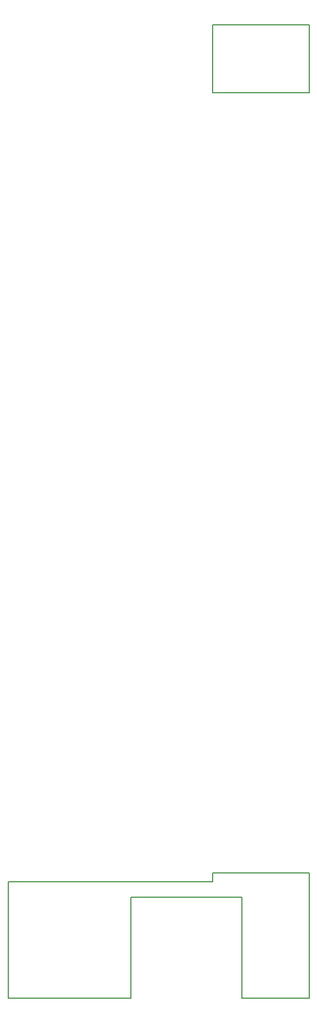
<source format=gbr>
%TF.GenerationSoftware,KiCad,Pcbnew,(5.1.9-0-10_14)*%
%TF.CreationDate,2021-11-23T16:28:05+01:00*%
%TF.ProjectId,leo_headphones,6c656f5f-6865-4616-9470-686f6e65732e,rev?*%
%TF.SameCoordinates,Original*%
%TF.FileFunction,Other,ECO1*%
%FSLAX46Y46*%
G04 Gerber Fmt 4.6, Leading zero omitted, Abs format (unit mm)*
G04 Created by KiCad (PCBNEW (5.1.9-0-10_14)) date 2021-11-23 16:28:05*
%MOMM*%
%LPD*%
G01*
G04 APERTURE LIST*
%ADD10C,0.150000*%
G04 APERTURE END LIST*
D10*
X172974000Y26705560D02*
X158170880Y26700480D01*
X172974000Y16250920D02*
X172974000Y26705560D01*
X158170880Y16250920D02*
X172974000Y16250920D01*
X158170880Y26700480D02*
X158170880Y16250920D01*
X158170880Y-104825800D02*
X126791720Y-104825800D01*
X158170880Y-103428800D02*
X158170880Y-104825800D01*
X172974000Y-103428800D02*
X158170880Y-103428800D01*
X172974000Y-122666760D02*
X172974000Y-103428800D01*
X162605720Y-122666760D02*
X172974000Y-122666760D01*
X162605720Y-107167680D02*
X162605720Y-122666760D01*
X145628360Y-107167680D02*
X162605720Y-107167680D01*
X145628360Y-122651520D02*
X145628360Y-107167680D01*
X126791720Y-122651520D02*
X145628360Y-122651520D01*
X126791720Y-104825800D02*
X126791720Y-122651520D01*
M02*

</source>
